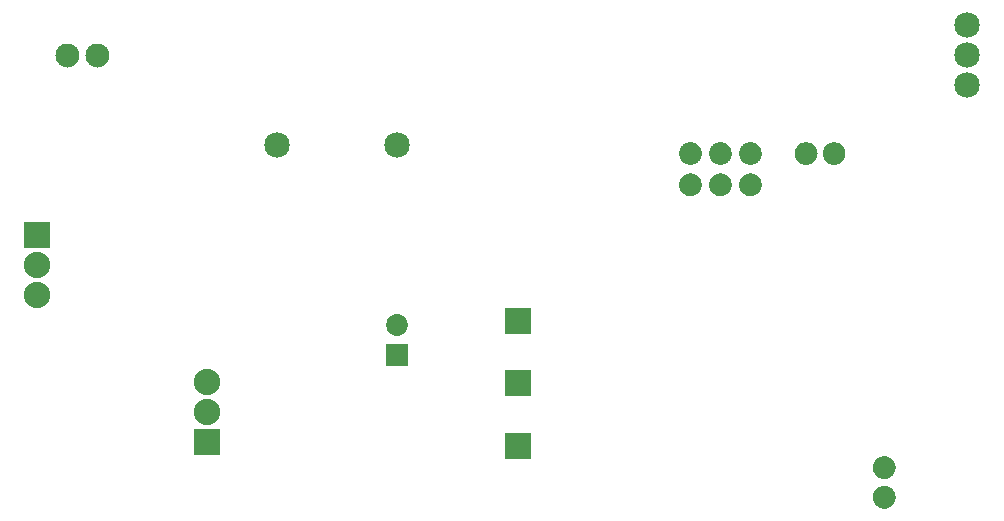
<source format=gts>
G04 MADE WITH FRITZING*
G04 WWW.FRITZING.ORG*
G04 DOUBLE SIDED*
G04 HOLES PLATED*
G04 CONTOUR ON CENTER OF CONTOUR VECTOR*
%ASAXBY*%
%FSLAX23Y23*%
%MOIN*%
%OFA0B0*%
%SFA1.0B1.0*%
%ADD10C,0.072992*%
%ADD11C,0.088000*%
%ADD12C,0.085000*%
%ADD13R,0.072992X0.072992*%
%ADD14R,0.088000X0.088000*%
%ADD15R,0.001000X0.001000*%
%LNMASK1*%
G90*
G70*
G54D10*
X1244Y1057D03*
X1244Y1156D03*
G54D11*
X44Y1456D03*
X44Y1356D03*
X44Y1256D03*
X609Y966D03*
X609Y866D03*
X609Y766D03*
X1648Y1171D03*
X1648Y963D03*
X1648Y755D03*
G54D12*
X3144Y2156D03*
X3144Y2056D03*
X3144Y1956D03*
X844Y1756D03*
X1244Y1756D03*
G54D13*
X1244Y1057D03*
G54D14*
X44Y1456D03*
X609Y766D03*
X1648Y1171D03*
X1648Y963D03*
X1648Y755D03*
G54D15*
X138Y2095D02*
X152Y2095D01*
X238Y2095D02*
X252Y2095D01*
X134Y2094D02*
X156Y2094D01*
X234Y2094D02*
X256Y2094D01*
X131Y2093D02*
X159Y2093D01*
X231Y2093D02*
X259Y2093D01*
X128Y2092D02*
X161Y2092D01*
X228Y2092D02*
X261Y2092D01*
X126Y2091D02*
X163Y2091D01*
X226Y2091D02*
X263Y2091D01*
X125Y2090D02*
X165Y2090D01*
X225Y2090D02*
X265Y2090D01*
X123Y2089D02*
X167Y2089D01*
X223Y2089D02*
X267Y2089D01*
X122Y2088D02*
X168Y2088D01*
X222Y2088D02*
X268Y2088D01*
X120Y2087D02*
X169Y2087D01*
X220Y2087D02*
X269Y2087D01*
X119Y2086D02*
X171Y2086D01*
X219Y2086D02*
X271Y2086D01*
X118Y2085D02*
X172Y2085D01*
X218Y2085D02*
X272Y2085D01*
X117Y2084D02*
X173Y2084D01*
X217Y2084D02*
X273Y2084D01*
X116Y2083D02*
X174Y2083D01*
X216Y2083D02*
X274Y2083D01*
X115Y2082D02*
X175Y2082D01*
X215Y2082D02*
X275Y2082D01*
X114Y2081D02*
X175Y2081D01*
X214Y2081D02*
X275Y2081D01*
X114Y2080D02*
X176Y2080D01*
X214Y2080D02*
X276Y2080D01*
X113Y2079D02*
X177Y2079D01*
X213Y2079D02*
X277Y2079D01*
X112Y2078D02*
X178Y2078D01*
X212Y2078D02*
X278Y2078D01*
X112Y2077D02*
X178Y2077D01*
X212Y2077D02*
X278Y2077D01*
X111Y2076D02*
X179Y2076D01*
X211Y2076D02*
X279Y2076D01*
X110Y2075D02*
X179Y2075D01*
X210Y2075D02*
X279Y2075D01*
X110Y2074D02*
X180Y2074D01*
X210Y2074D02*
X280Y2074D01*
X109Y2073D02*
X181Y2073D01*
X209Y2073D02*
X280Y2073D01*
X109Y2072D02*
X181Y2072D01*
X209Y2072D02*
X281Y2072D01*
X108Y2071D02*
X181Y2071D01*
X208Y2071D02*
X281Y2071D01*
X108Y2070D02*
X182Y2070D01*
X208Y2070D02*
X282Y2070D01*
X108Y2069D02*
X182Y2069D01*
X208Y2069D02*
X282Y2069D01*
X107Y2068D02*
X182Y2068D01*
X207Y2068D02*
X282Y2068D01*
X107Y2067D02*
X183Y2067D01*
X207Y2067D02*
X283Y2067D01*
X107Y2066D02*
X183Y2066D01*
X207Y2066D02*
X283Y2066D01*
X107Y2065D02*
X183Y2065D01*
X207Y2065D02*
X283Y2065D01*
X106Y2064D02*
X184Y2064D01*
X206Y2064D02*
X284Y2064D01*
X106Y2063D02*
X184Y2063D01*
X206Y2063D02*
X284Y2063D01*
X106Y2062D02*
X184Y2062D01*
X206Y2062D02*
X284Y2062D01*
X106Y2061D02*
X184Y2061D01*
X206Y2061D02*
X284Y2061D01*
X106Y2060D02*
X184Y2060D01*
X206Y2060D02*
X284Y2060D01*
X106Y2059D02*
X184Y2059D01*
X206Y2059D02*
X284Y2059D01*
X106Y2058D02*
X184Y2058D01*
X206Y2058D02*
X284Y2058D01*
X106Y2057D02*
X184Y2057D01*
X205Y2057D02*
X284Y2057D01*
X105Y2056D02*
X184Y2056D01*
X205Y2056D02*
X284Y2056D01*
X105Y2055D02*
X184Y2055D01*
X205Y2055D02*
X284Y2055D01*
X106Y2054D02*
X184Y2054D01*
X206Y2054D02*
X284Y2054D01*
X106Y2053D02*
X184Y2053D01*
X206Y2053D02*
X284Y2053D01*
X106Y2052D02*
X184Y2052D01*
X206Y2052D02*
X284Y2052D01*
X106Y2051D02*
X184Y2051D01*
X206Y2051D02*
X284Y2051D01*
X106Y2050D02*
X184Y2050D01*
X206Y2050D02*
X284Y2050D01*
X106Y2049D02*
X184Y2049D01*
X206Y2049D02*
X284Y2049D01*
X106Y2048D02*
X184Y2048D01*
X206Y2048D02*
X284Y2048D01*
X107Y2047D02*
X183Y2047D01*
X207Y2047D02*
X283Y2047D01*
X107Y2046D02*
X183Y2046D01*
X207Y2046D02*
X283Y2046D01*
X107Y2045D02*
X183Y2045D01*
X207Y2045D02*
X283Y2045D01*
X107Y2044D02*
X183Y2044D01*
X207Y2044D02*
X283Y2044D01*
X108Y2043D02*
X182Y2043D01*
X208Y2043D02*
X282Y2043D01*
X108Y2042D02*
X182Y2042D01*
X208Y2042D02*
X282Y2042D01*
X108Y2041D02*
X182Y2041D01*
X208Y2041D02*
X282Y2041D01*
X109Y2040D02*
X181Y2040D01*
X209Y2040D02*
X281Y2040D01*
X109Y2039D02*
X181Y2039D01*
X209Y2039D02*
X281Y2039D01*
X110Y2038D02*
X180Y2038D01*
X210Y2038D02*
X280Y2038D01*
X110Y2037D02*
X180Y2037D01*
X210Y2037D02*
X280Y2037D01*
X111Y2036D02*
X179Y2036D01*
X211Y2036D02*
X279Y2036D01*
X111Y2035D02*
X178Y2035D01*
X211Y2035D02*
X278Y2035D01*
X112Y2034D02*
X178Y2034D01*
X212Y2034D02*
X278Y2034D01*
X113Y2033D02*
X177Y2033D01*
X213Y2033D02*
X277Y2033D01*
X113Y2032D02*
X176Y2032D01*
X213Y2032D02*
X276Y2032D01*
X114Y2031D02*
X176Y2031D01*
X214Y2031D02*
X276Y2031D01*
X115Y2030D02*
X175Y2030D01*
X215Y2030D02*
X275Y2030D01*
X116Y2029D02*
X174Y2029D01*
X216Y2029D02*
X274Y2029D01*
X117Y2028D02*
X173Y2028D01*
X217Y2028D02*
X273Y2028D01*
X118Y2027D02*
X172Y2027D01*
X218Y2027D02*
X272Y2027D01*
X119Y2026D02*
X171Y2026D01*
X219Y2026D02*
X271Y2026D01*
X120Y2025D02*
X170Y2025D01*
X220Y2025D02*
X270Y2025D01*
X121Y2024D02*
X168Y2024D01*
X221Y2024D02*
X268Y2024D01*
X123Y2023D02*
X167Y2023D01*
X223Y2023D02*
X267Y2023D01*
X124Y2022D02*
X166Y2022D01*
X224Y2022D02*
X266Y2022D01*
X126Y2021D02*
X164Y2021D01*
X226Y2021D02*
X264Y2021D01*
X128Y2020D02*
X162Y2020D01*
X228Y2020D02*
X262Y2020D01*
X130Y2019D02*
X160Y2019D01*
X230Y2019D02*
X260Y2019D01*
X133Y2018D02*
X157Y2018D01*
X233Y2018D02*
X257Y2018D01*
X136Y2017D02*
X153Y2017D01*
X236Y2017D02*
X253Y2017D01*
X143Y2016D02*
X147Y2016D01*
X243Y2016D02*
X247Y2016D01*
X2215Y1766D02*
X2229Y1766D01*
X2315Y1766D02*
X2329Y1766D01*
X2415Y1766D02*
X2429Y1766D01*
X2600Y1766D02*
X2614Y1766D01*
X2694Y1766D02*
X2708Y1766D01*
X2211Y1765D02*
X2233Y1765D01*
X2311Y1765D02*
X2333Y1765D01*
X2411Y1765D02*
X2433Y1765D01*
X2596Y1765D02*
X2618Y1765D01*
X2690Y1765D02*
X2712Y1765D01*
X2208Y1764D02*
X2236Y1764D01*
X2308Y1764D02*
X2336Y1764D01*
X2408Y1764D02*
X2436Y1764D01*
X2593Y1764D02*
X2621Y1764D01*
X2687Y1764D02*
X2715Y1764D01*
X2206Y1763D02*
X2238Y1763D01*
X2306Y1763D02*
X2338Y1763D01*
X2406Y1763D02*
X2438Y1763D01*
X2591Y1763D02*
X2623Y1763D01*
X2685Y1763D02*
X2717Y1763D01*
X2204Y1762D02*
X2240Y1762D01*
X2304Y1762D02*
X2340Y1762D01*
X2404Y1762D02*
X2440Y1762D01*
X2589Y1762D02*
X2625Y1762D01*
X2683Y1762D02*
X2719Y1762D01*
X2202Y1761D02*
X2241Y1761D01*
X2302Y1761D02*
X2341Y1761D01*
X2402Y1761D02*
X2441Y1761D01*
X2588Y1761D02*
X2627Y1761D01*
X2681Y1761D02*
X2720Y1761D01*
X2201Y1760D02*
X2243Y1760D01*
X2301Y1760D02*
X2343Y1760D01*
X2401Y1760D02*
X2443Y1760D01*
X2586Y1760D02*
X2628Y1760D01*
X2680Y1760D02*
X2722Y1760D01*
X2199Y1759D02*
X2244Y1759D01*
X2299Y1759D02*
X2344Y1759D01*
X2399Y1759D02*
X2444Y1759D01*
X2585Y1759D02*
X2630Y1759D01*
X2679Y1759D02*
X2723Y1759D01*
X2198Y1758D02*
X2246Y1758D01*
X2298Y1758D02*
X2345Y1758D01*
X2398Y1758D02*
X2445Y1758D01*
X2583Y1758D02*
X2631Y1758D01*
X2677Y1758D02*
X2725Y1758D01*
X2197Y1757D02*
X2247Y1757D01*
X2297Y1757D02*
X2347Y1757D01*
X2397Y1757D02*
X2447Y1757D01*
X2582Y1757D02*
X2632Y1757D01*
X2676Y1757D02*
X2726Y1757D01*
X2196Y1756D02*
X2248Y1756D01*
X2296Y1756D02*
X2348Y1756D01*
X2396Y1756D02*
X2448Y1756D01*
X2581Y1756D02*
X2633Y1756D01*
X2675Y1756D02*
X2727Y1756D01*
X2195Y1755D02*
X2249Y1755D01*
X2295Y1755D02*
X2349Y1755D01*
X2395Y1755D02*
X2449Y1755D01*
X2580Y1755D02*
X2634Y1755D01*
X2674Y1755D02*
X2728Y1755D01*
X2194Y1754D02*
X2250Y1754D01*
X2294Y1754D02*
X2350Y1754D01*
X2394Y1754D02*
X2450Y1754D01*
X2579Y1754D02*
X2635Y1754D01*
X2673Y1754D02*
X2729Y1754D01*
X2193Y1753D02*
X2251Y1753D01*
X2293Y1753D02*
X2351Y1753D01*
X2393Y1753D02*
X2450Y1753D01*
X2578Y1753D02*
X2636Y1753D01*
X2672Y1753D02*
X2730Y1753D01*
X2192Y1752D02*
X2251Y1752D01*
X2292Y1752D02*
X2351Y1752D01*
X2392Y1752D02*
X2451Y1752D01*
X2578Y1752D02*
X2637Y1752D01*
X2671Y1752D02*
X2730Y1752D01*
X2192Y1751D02*
X2252Y1751D01*
X2292Y1751D02*
X2352Y1751D01*
X2392Y1751D02*
X2452Y1751D01*
X2577Y1751D02*
X2637Y1751D01*
X2671Y1751D02*
X2731Y1751D01*
X2191Y1750D02*
X2253Y1750D01*
X2291Y1750D02*
X2353Y1750D01*
X2391Y1750D02*
X2453Y1750D01*
X2576Y1750D02*
X2638Y1750D01*
X2670Y1750D02*
X2732Y1750D01*
X2190Y1749D02*
X2253Y1749D01*
X2290Y1749D02*
X2353Y1749D01*
X2390Y1749D02*
X2453Y1749D01*
X2576Y1749D02*
X2639Y1749D01*
X2669Y1749D02*
X2732Y1749D01*
X2190Y1748D02*
X2254Y1748D01*
X2290Y1748D02*
X2354Y1748D01*
X2390Y1748D02*
X2454Y1748D01*
X2575Y1748D02*
X2639Y1748D01*
X2669Y1748D02*
X2733Y1748D01*
X2189Y1747D02*
X2255Y1747D01*
X2289Y1747D02*
X2355Y1747D01*
X2389Y1747D02*
X2455Y1747D01*
X2574Y1747D02*
X2640Y1747D01*
X2668Y1747D02*
X2734Y1747D01*
X2188Y1746D02*
X2255Y1746D01*
X2288Y1746D02*
X2355Y1746D01*
X2388Y1746D02*
X2455Y1746D01*
X2574Y1746D02*
X2641Y1746D01*
X2668Y1746D02*
X2734Y1746D01*
X2188Y1745D02*
X2256Y1745D01*
X2288Y1745D02*
X2356Y1745D01*
X2388Y1745D02*
X2456Y1745D01*
X2573Y1745D02*
X2641Y1745D01*
X2667Y1745D02*
X2735Y1745D01*
X2188Y1744D02*
X2256Y1744D01*
X2288Y1744D02*
X2356Y1744D01*
X2387Y1744D02*
X2456Y1744D01*
X2573Y1744D02*
X2641Y1744D01*
X2667Y1744D02*
X2735Y1744D01*
X2187Y1743D02*
X2256Y1743D01*
X2287Y1743D02*
X2356Y1743D01*
X2387Y1743D02*
X2456Y1743D01*
X2572Y1743D02*
X2642Y1743D01*
X2666Y1743D02*
X2736Y1743D01*
X2187Y1742D02*
X2257Y1742D01*
X2287Y1742D02*
X2357Y1742D01*
X2387Y1742D02*
X2457Y1742D01*
X2572Y1742D02*
X2642Y1742D01*
X2666Y1742D02*
X2736Y1742D01*
X2186Y1741D02*
X2257Y1741D01*
X2286Y1741D02*
X2357Y1741D01*
X2386Y1741D02*
X2457Y1741D01*
X2572Y1741D02*
X2643Y1741D01*
X2666Y1741D02*
X2736Y1741D01*
X2186Y1740D02*
X2258Y1740D01*
X2286Y1740D02*
X2358Y1740D01*
X2386Y1740D02*
X2458Y1740D01*
X2571Y1740D02*
X2643Y1740D01*
X2665Y1740D02*
X2737Y1740D01*
X2186Y1739D02*
X2258Y1739D01*
X2286Y1739D02*
X2358Y1739D01*
X2386Y1739D02*
X2458Y1739D01*
X2571Y1739D02*
X2643Y1739D01*
X2665Y1739D02*
X2737Y1739D01*
X2186Y1738D02*
X2258Y1738D01*
X2286Y1738D02*
X2358Y1738D01*
X2386Y1738D02*
X2458Y1738D01*
X2571Y1738D02*
X2643Y1738D01*
X2665Y1738D02*
X2737Y1738D01*
X2185Y1737D02*
X2258Y1737D01*
X2285Y1737D02*
X2358Y1737D01*
X2385Y1737D02*
X2458Y1737D01*
X2571Y1737D02*
X2644Y1737D01*
X2664Y1737D02*
X2737Y1737D01*
X2185Y1736D02*
X2259Y1736D01*
X2285Y1736D02*
X2358Y1736D01*
X2385Y1736D02*
X2458Y1736D01*
X2570Y1736D02*
X2644Y1736D01*
X2664Y1736D02*
X2738Y1736D01*
X2185Y1735D02*
X2259Y1735D01*
X2285Y1735D02*
X2359Y1735D01*
X2385Y1735D02*
X2459Y1735D01*
X2570Y1735D02*
X2644Y1735D01*
X2664Y1735D02*
X2738Y1735D01*
X2185Y1734D02*
X2259Y1734D01*
X2285Y1734D02*
X2359Y1734D01*
X2385Y1734D02*
X2459Y1734D01*
X2570Y1734D02*
X2644Y1734D01*
X2664Y1734D02*
X2738Y1734D01*
X2185Y1733D02*
X2259Y1733D01*
X2285Y1733D02*
X2359Y1733D01*
X2385Y1733D02*
X2459Y1733D01*
X2570Y1733D02*
X2644Y1733D01*
X2664Y1733D02*
X2738Y1733D01*
X2185Y1732D02*
X2259Y1732D01*
X2284Y1732D02*
X2359Y1732D01*
X2384Y1732D02*
X2459Y1732D01*
X2570Y1732D02*
X2644Y1732D01*
X2664Y1732D02*
X2738Y1732D01*
X2184Y1731D02*
X2259Y1731D01*
X2284Y1731D02*
X2359Y1731D01*
X2384Y1731D02*
X2459Y1731D01*
X2570Y1731D02*
X2645Y1731D01*
X2664Y1731D02*
X2738Y1731D01*
X2184Y1730D02*
X2259Y1730D01*
X2284Y1730D02*
X2359Y1730D01*
X2384Y1730D02*
X2459Y1730D01*
X2570Y1730D02*
X2645Y1730D01*
X2664Y1730D02*
X2738Y1730D01*
X2184Y1729D02*
X2259Y1729D01*
X2284Y1729D02*
X2359Y1729D01*
X2384Y1729D02*
X2459Y1729D01*
X2570Y1729D02*
X2645Y1729D01*
X2663Y1729D02*
X2738Y1729D01*
X2184Y1728D02*
X2259Y1728D01*
X2284Y1728D02*
X2359Y1728D01*
X2384Y1728D02*
X2459Y1728D01*
X2570Y1728D02*
X2645Y1728D01*
X2663Y1728D02*
X2738Y1728D01*
X2184Y1727D02*
X2259Y1727D01*
X2284Y1727D02*
X2359Y1727D01*
X2384Y1727D02*
X2459Y1727D01*
X2570Y1727D02*
X2645Y1727D01*
X2664Y1727D02*
X2738Y1727D01*
X2184Y1726D02*
X2259Y1726D01*
X2284Y1726D02*
X2359Y1726D01*
X2384Y1726D02*
X2459Y1726D01*
X2570Y1726D02*
X2644Y1726D01*
X2664Y1726D02*
X2738Y1726D01*
X2185Y1725D02*
X2259Y1725D01*
X2285Y1725D02*
X2359Y1725D01*
X2385Y1725D02*
X2459Y1725D01*
X2570Y1725D02*
X2644Y1725D01*
X2664Y1725D02*
X2738Y1725D01*
X2185Y1724D02*
X2259Y1724D01*
X2285Y1724D02*
X2359Y1724D01*
X2385Y1724D02*
X2459Y1724D01*
X2570Y1724D02*
X2644Y1724D01*
X2664Y1724D02*
X2738Y1724D01*
X2185Y1723D02*
X2259Y1723D01*
X2285Y1723D02*
X2359Y1723D01*
X2385Y1723D02*
X2459Y1723D01*
X2570Y1723D02*
X2644Y1723D01*
X2664Y1723D02*
X2738Y1723D01*
X2185Y1722D02*
X2259Y1722D01*
X2285Y1722D02*
X2359Y1722D01*
X2385Y1722D02*
X2459Y1722D01*
X2570Y1722D02*
X2644Y1722D01*
X2664Y1722D02*
X2738Y1722D01*
X2185Y1721D02*
X2258Y1721D01*
X2285Y1721D02*
X2358Y1721D01*
X2385Y1721D02*
X2458Y1721D01*
X2571Y1721D02*
X2644Y1721D01*
X2664Y1721D02*
X2738Y1721D01*
X2185Y1720D02*
X2258Y1720D01*
X2285Y1720D02*
X2358Y1720D01*
X2385Y1720D02*
X2458Y1720D01*
X2571Y1720D02*
X2644Y1720D01*
X2665Y1720D02*
X2737Y1720D01*
X2186Y1719D02*
X2258Y1719D01*
X2286Y1719D02*
X2358Y1719D01*
X2386Y1719D02*
X2458Y1719D01*
X2571Y1719D02*
X2643Y1719D01*
X2665Y1719D02*
X2737Y1719D01*
X2186Y1718D02*
X2258Y1718D01*
X2286Y1718D02*
X2358Y1718D01*
X2386Y1718D02*
X2458Y1718D01*
X2571Y1718D02*
X2643Y1718D01*
X2665Y1718D02*
X2737Y1718D01*
X2186Y1717D02*
X2257Y1717D01*
X2286Y1717D02*
X2357Y1717D01*
X2386Y1717D02*
X2457Y1717D01*
X2572Y1717D02*
X2643Y1717D01*
X2665Y1717D02*
X2736Y1717D01*
X2187Y1716D02*
X2257Y1716D01*
X2287Y1716D02*
X2357Y1716D01*
X2387Y1716D02*
X2457Y1716D01*
X2572Y1716D02*
X2642Y1716D01*
X2666Y1716D02*
X2736Y1716D01*
X2187Y1715D02*
X2257Y1715D01*
X2287Y1715D02*
X2357Y1715D01*
X2387Y1715D02*
X2457Y1715D01*
X2572Y1715D02*
X2642Y1715D01*
X2666Y1715D02*
X2736Y1715D01*
X2187Y1714D02*
X2256Y1714D01*
X2287Y1714D02*
X2356Y1714D01*
X2387Y1714D02*
X2456Y1714D01*
X2573Y1714D02*
X2642Y1714D01*
X2666Y1714D02*
X2735Y1714D01*
X2188Y1713D02*
X2256Y1713D01*
X2288Y1713D02*
X2356Y1713D01*
X2388Y1713D02*
X2456Y1713D01*
X2573Y1713D02*
X2641Y1713D01*
X2667Y1713D02*
X2735Y1713D01*
X2188Y1712D02*
X2255Y1712D01*
X2288Y1712D02*
X2355Y1712D01*
X2388Y1712D02*
X2455Y1712D01*
X2574Y1712D02*
X2641Y1712D01*
X2667Y1712D02*
X2734Y1712D01*
X2189Y1711D02*
X2255Y1711D01*
X2289Y1711D02*
X2355Y1711D01*
X2389Y1711D02*
X2455Y1711D01*
X2574Y1711D02*
X2640Y1711D01*
X2668Y1711D02*
X2734Y1711D01*
X2189Y1710D02*
X2254Y1710D01*
X2289Y1710D02*
X2354Y1710D01*
X2389Y1710D02*
X2454Y1710D01*
X2575Y1710D02*
X2640Y1710D01*
X2669Y1710D02*
X2733Y1710D01*
X2190Y1709D02*
X2254Y1709D01*
X2290Y1709D02*
X2354Y1709D01*
X2390Y1709D02*
X2454Y1709D01*
X2575Y1709D02*
X2639Y1709D01*
X2669Y1709D02*
X2733Y1709D01*
X2191Y1708D02*
X2253Y1708D01*
X2291Y1708D02*
X2353Y1708D01*
X2391Y1708D02*
X2453Y1708D01*
X2576Y1708D02*
X2638Y1708D01*
X2670Y1708D02*
X2732Y1708D01*
X2191Y1707D02*
X2252Y1707D01*
X2291Y1707D02*
X2352Y1707D01*
X2391Y1707D02*
X2452Y1707D01*
X2577Y1707D02*
X2638Y1707D01*
X2670Y1707D02*
X2731Y1707D01*
X2192Y1706D02*
X2252Y1706D01*
X2292Y1706D02*
X2352Y1706D01*
X2392Y1706D02*
X2452Y1706D01*
X2577Y1706D02*
X2637Y1706D01*
X2671Y1706D02*
X2731Y1706D01*
X2193Y1705D02*
X2251Y1705D01*
X2293Y1705D02*
X2351Y1705D01*
X2393Y1705D02*
X2451Y1705D01*
X2578Y1705D02*
X2636Y1705D01*
X2672Y1705D02*
X2730Y1705D01*
X2194Y1704D02*
X2250Y1704D01*
X2294Y1704D02*
X2350Y1704D01*
X2394Y1704D02*
X2450Y1704D01*
X2579Y1704D02*
X2635Y1704D01*
X2673Y1704D02*
X2729Y1704D01*
X2194Y1703D02*
X2249Y1703D01*
X2294Y1703D02*
X2349Y1703D01*
X2394Y1703D02*
X2449Y1703D01*
X2580Y1703D02*
X2634Y1703D01*
X2674Y1703D02*
X2728Y1703D01*
X2195Y1702D02*
X2248Y1702D01*
X2295Y1702D02*
X2348Y1702D01*
X2395Y1702D02*
X2448Y1702D01*
X2581Y1702D02*
X2634Y1702D01*
X2675Y1702D02*
X2727Y1702D01*
X2197Y1701D02*
X2247Y1701D01*
X2296Y1701D02*
X2347Y1701D01*
X2396Y1701D02*
X2447Y1701D01*
X2582Y1701D02*
X2632Y1701D01*
X2676Y1701D02*
X2726Y1701D01*
X2198Y1700D02*
X2246Y1700D01*
X2298Y1700D02*
X2346Y1700D01*
X2398Y1700D02*
X2446Y1700D01*
X2583Y1700D02*
X2631Y1700D01*
X2677Y1700D02*
X2725Y1700D01*
X2199Y1699D02*
X2245Y1699D01*
X2299Y1699D02*
X2345Y1699D01*
X2399Y1699D02*
X2445Y1699D01*
X2584Y1699D02*
X2630Y1699D01*
X2678Y1699D02*
X2724Y1699D01*
X2200Y1698D02*
X2243Y1698D01*
X2300Y1698D02*
X2343Y1698D01*
X2400Y1698D02*
X2443Y1698D01*
X2586Y1698D02*
X2629Y1698D01*
X2679Y1698D02*
X2722Y1698D01*
X2202Y1697D02*
X2242Y1697D01*
X2302Y1697D02*
X2342Y1697D01*
X2402Y1697D02*
X2442Y1697D01*
X2587Y1697D02*
X2627Y1697D01*
X2681Y1697D02*
X2721Y1697D01*
X2203Y1696D02*
X2240Y1696D01*
X2303Y1696D02*
X2340Y1696D01*
X2403Y1696D02*
X2440Y1696D01*
X2589Y1696D02*
X2626Y1696D01*
X2682Y1696D02*
X2719Y1696D01*
X2205Y1695D02*
X2239Y1695D01*
X2305Y1695D02*
X2339Y1695D01*
X2405Y1695D02*
X2439Y1695D01*
X2590Y1695D02*
X2624Y1695D01*
X2684Y1695D02*
X2718Y1695D01*
X2207Y1694D02*
X2237Y1694D01*
X2307Y1694D02*
X2336Y1694D01*
X2407Y1694D02*
X2436Y1694D01*
X2593Y1694D02*
X2622Y1694D01*
X2686Y1694D02*
X2716Y1694D01*
X2210Y1693D02*
X2234Y1693D01*
X2310Y1693D02*
X2334Y1693D01*
X2410Y1693D02*
X2434Y1693D01*
X2595Y1693D02*
X2619Y1693D01*
X2689Y1693D02*
X2713Y1693D01*
X2213Y1692D02*
X2230Y1692D01*
X2313Y1692D02*
X2330Y1692D01*
X2413Y1692D02*
X2430Y1692D01*
X2599Y1692D02*
X2616Y1692D01*
X2692Y1692D02*
X2709Y1692D01*
X2219Y1691D02*
X2224Y1691D01*
X2319Y1691D02*
X2324Y1691D01*
X2419Y1691D02*
X2424Y1691D01*
X2605Y1691D02*
X2610Y1691D01*
X2698Y1691D02*
X2703Y1691D01*
X2216Y1662D02*
X2228Y1662D01*
X2316Y1662D02*
X2328Y1662D01*
X2416Y1662D02*
X2428Y1662D01*
X2212Y1661D02*
X2232Y1661D01*
X2311Y1661D02*
X2332Y1661D01*
X2411Y1661D02*
X2432Y1661D01*
X2209Y1660D02*
X2235Y1660D01*
X2309Y1660D02*
X2335Y1660D01*
X2408Y1660D02*
X2435Y1660D01*
X2206Y1659D02*
X2237Y1659D01*
X2306Y1659D02*
X2337Y1659D01*
X2406Y1659D02*
X2437Y1659D01*
X2204Y1658D02*
X2239Y1658D01*
X2304Y1658D02*
X2339Y1658D01*
X2404Y1658D02*
X2439Y1658D01*
X2203Y1657D02*
X2241Y1657D01*
X2303Y1657D02*
X2341Y1657D01*
X2403Y1657D02*
X2441Y1657D01*
X2201Y1656D02*
X2243Y1656D01*
X2301Y1656D02*
X2343Y1656D01*
X2401Y1656D02*
X2443Y1656D01*
X2200Y1655D02*
X2244Y1655D01*
X2300Y1655D02*
X2344Y1655D01*
X2400Y1655D02*
X2444Y1655D01*
X2198Y1654D02*
X2245Y1654D01*
X2298Y1654D02*
X2345Y1654D01*
X2398Y1654D02*
X2445Y1654D01*
X2197Y1653D02*
X2246Y1653D01*
X2297Y1653D02*
X2346Y1653D01*
X2397Y1653D02*
X2446Y1653D01*
X2196Y1652D02*
X2248Y1652D01*
X2296Y1652D02*
X2348Y1652D01*
X2396Y1652D02*
X2448Y1652D01*
X2195Y1651D02*
X2249Y1651D01*
X2295Y1651D02*
X2349Y1651D01*
X2395Y1651D02*
X2449Y1651D01*
X2194Y1650D02*
X2250Y1650D01*
X2294Y1650D02*
X2349Y1650D01*
X2394Y1650D02*
X2449Y1650D01*
X2193Y1649D02*
X2250Y1649D01*
X2293Y1649D02*
X2350Y1649D01*
X2393Y1649D02*
X2450Y1649D01*
X2192Y1648D02*
X2251Y1648D01*
X2292Y1648D02*
X2351Y1648D01*
X2392Y1648D02*
X2451Y1648D01*
X2192Y1647D02*
X2252Y1647D01*
X2292Y1647D02*
X2352Y1647D01*
X2392Y1647D02*
X2452Y1647D01*
X2191Y1646D02*
X2253Y1646D01*
X2291Y1646D02*
X2353Y1646D01*
X2391Y1646D02*
X2453Y1646D01*
X2190Y1645D02*
X2253Y1645D01*
X2290Y1645D02*
X2353Y1645D01*
X2390Y1645D02*
X2453Y1645D01*
X2190Y1644D02*
X2254Y1644D01*
X2290Y1644D02*
X2354Y1644D01*
X2390Y1644D02*
X2454Y1644D01*
X2189Y1643D02*
X2254Y1643D01*
X2289Y1643D02*
X2354Y1643D01*
X2389Y1643D02*
X2454Y1643D01*
X2189Y1642D02*
X2255Y1642D01*
X2289Y1642D02*
X2355Y1642D01*
X2389Y1642D02*
X2455Y1642D01*
X2188Y1641D02*
X2256Y1641D01*
X2288Y1641D02*
X2356Y1641D01*
X2388Y1641D02*
X2456Y1641D01*
X2188Y1640D02*
X2256Y1640D01*
X2288Y1640D02*
X2356Y1640D01*
X2388Y1640D02*
X2456Y1640D01*
X2187Y1639D02*
X2256Y1639D01*
X2287Y1639D02*
X2356Y1639D01*
X2387Y1639D02*
X2456Y1639D01*
X2187Y1638D02*
X2257Y1638D01*
X2287Y1638D02*
X2357Y1638D01*
X2387Y1638D02*
X2457Y1638D01*
X2186Y1637D02*
X2257Y1637D01*
X2286Y1637D02*
X2357Y1637D01*
X2386Y1637D02*
X2457Y1637D01*
X2186Y1636D02*
X2258Y1636D01*
X2286Y1636D02*
X2357Y1636D01*
X2386Y1636D02*
X2457Y1636D01*
X2186Y1635D02*
X2258Y1635D01*
X2286Y1635D02*
X2358Y1635D01*
X2386Y1635D02*
X2458Y1635D01*
X2186Y1634D02*
X2258Y1634D01*
X2286Y1634D02*
X2358Y1634D01*
X2386Y1634D02*
X2458Y1634D01*
X2185Y1633D02*
X2258Y1633D01*
X2285Y1633D02*
X2358Y1633D01*
X2385Y1633D02*
X2458Y1633D01*
X2185Y1632D02*
X2258Y1632D01*
X2285Y1632D02*
X2358Y1632D01*
X2385Y1632D02*
X2458Y1632D01*
X2185Y1631D02*
X2259Y1631D01*
X2285Y1631D02*
X2359Y1631D01*
X2385Y1631D02*
X2459Y1631D01*
X2185Y1630D02*
X2259Y1630D01*
X2285Y1630D02*
X2359Y1630D01*
X2385Y1630D02*
X2459Y1630D01*
X2185Y1629D02*
X2259Y1629D01*
X2285Y1629D02*
X2359Y1629D01*
X2385Y1629D02*
X2459Y1629D01*
X2185Y1628D02*
X2259Y1628D01*
X2285Y1628D02*
X2359Y1628D01*
X2385Y1628D02*
X2459Y1628D01*
X2184Y1627D02*
X2259Y1627D01*
X2284Y1627D02*
X2359Y1627D01*
X2384Y1627D02*
X2459Y1627D01*
X2184Y1626D02*
X2259Y1626D01*
X2284Y1626D02*
X2359Y1626D01*
X2384Y1626D02*
X2459Y1626D01*
X2184Y1625D02*
X2259Y1625D01*
X2284Y1625D02*
X2359Y1625D01*
X2384Y1625D02*
X2459Y1625D01*
X2184Y1624D02*
X2259Y1624D01*
X2284Y1624D02*
X2359Y1624D01*
X2384Y1624D02*
X2459Y1624D01*
X2184Y1623D02*
X2259Y1623D01*
X2284Y1623D02*
X2359Y1623D01*
X2384Y1623D02*
X2459Y1623D01*
X2184Y1622D02*
X2259Y1622D01*
X2284Y1622D02*
X2359Y1622D01*
X2384Y1622D02*
X2459Y1622D01*
X2185Y1621D02*
X2259Y1621D01*
X2285Y1621D02*
X2359Y1621D01*
X2385Y1621D02*
X2459Y1621D01*
X2185Y1620D02*
X2259Y1620D01*
X2285Y1620D02*
X2359Y1620D01*
X2385Y1620D02*
X2459Y1620D01*
X2185Y1619D02*
X2259Y1619D01*
X2285Y1619D02*
X2359Y1619D01*
X2385Y1619D02*
X2459Y1619D01*
X2185Y1618D02*
X2259Y1618D01*
X2285Y1618D02*
X2359Y1618D01*
X2385Y1618D02*
X2459Y1618D01*
X2185Y1617D02*
X2258Y1617D01*
X2285Y1617D02*
X2358Y1617D01*
X2385Y1617D02*
X2458Y1617D01*
X2185Y1616D02*
X2258Y1616D01*
X2285Y1616D02*
X2358Y1616D01*
X2385Y1616D02*
X2458Y1616D01*
X2186Y1615D02*
X2258Y1615D01*
X2286Y1615D02*
X2358Y1615D01*
X2386Y1615D02*
X2458Y1615D01*
X2186Y1614D02*
X2258Y1614D01*
X2286Y1614D02*
X2358Y1614D01*
X2386Y1614D02*
X2458Y1614D01*
X2186Y1613D02*
X2257Y1613D01*
X2286Y1613D02*
X2357Y1613D01*
X2386Y1613D02*
X2457Y1613D01*
X2187Y1612D02*
X2257Y1612D01*
X2287Y1612D02*
X2357Y1612D01*
X2387Y1612D02*
X2457Y1612D01*
X2187Y1611D02*
X2257Y1611D01*
X2287Y1611D02*
X2357Y1611D01*
X2387Y1611D02*
X2457Y1611D01*
X2187Y1610D02*
X2256Y1610D01*
X2287Y1610D02*
X2356Y1610D01*
X2387Y1610D02*
X2456Y1610D01*
X2188Y1609D02*
X2256Y1609D01*
X2288Y1609D02*
X2356Y1609D01*
X2388Y1609D02*
X2456Y1609D01*
X2188Y1608D02*
X2255Y1608D01*
X2288Y1608D02*
X2355Y1608D01*
X2388Y1608D02*
X2455Y1608D01*
X2189Y1607D02*
X2255Y1607D01*
X2289Y1607D02*
X2355Y1607D01*
X2389Y1607D02*
X2455Y1607D01*
X2189Y1606D02*
X2254Y1606D01*
X2289Y1606D02*
X2354Y1606D01*
X2389Y1606D02*
X2454Y1606D01*
X2190Y1605D02*
X2254Y1605D01*
X2290Y1605D02*
X2354Y1605D01*
X2390Y1605D02*
X2454Y1605D01*
X2191Y1604D02*
X2253Y1604D01*
X2291Y1604D02*
X2353Y1604D01*
X2390Y1604D02*
X2453Y1604D01*
X2191Y1603D02*
X2252Y1603D01*
X2291Y1603D02*
X2352Y1603D01*
X2391Y1603D02*
X2452Y1603D01*
X2192Y1602D02*
X2252Y1602D01*
X2292Y1602D02*
X2352Y1602D01*
X2392Y1602D02*
X2452Y1602D01*
X2193Y1601D02*
X2251Y1601D01*
X2293Y1601D02*
X2351Y1601D01*
X2393Y1601D02*
X2451Y1601D01*
X2193Y1600D02*
X2250Y1600D01*
X2293Y1600D02*
X2350Y1600D01*
X2393Y1600D02*
X2450Y1600D01*
X2194Y1599D02*
X2249Y1599D01*
X2294Y1599D02*
X2349Y1599D01*
X2394Y1599D02*
X2449Y1599D01*
X2195Y1598D02*
X2248Y1598D01*
X2295Y1598D02*
X2348Y1598D01*
X2395Y1598D02*
X2448Y1598D01*
X2196Y1597D02*
X2247Y1597D01*
X2296Y1597D02*
X2347Y1597D01*
X2396Y1597D02*
X2447Y1597D01*
X2197Y1596D02*
X2246Y1596D01*
X2297Y1596D02*
X2346Y1596D01*
X2397Y1596D02*
X2446Y1596D01*
X2199Y1595D02*
X2245Y1595D01*
X2299Y1595D02*
X2345Y1595D01*
X2399Y1595D02*
X2445Y1595D01*
X2200Y1594D02*
X2244Y1594D01*
X2300Y1594D02*
X2344Y1594D01*
X2400Y1594D02*
X2444Y1594D01*
X2201Y1593D02*
X2242Y1593D01*
X2301Y1593D02*
X2342Y1593D01*
X2401Y1593D02*
X2442Y1593D01*
X2203Y1592D02*
X2241Y1592D01*
X2303Y1592D02*
X2341Y1592D01*
X2403Y1592D02*
X2441Y1592D01*
X2205Y1591D02*
X2239Y1591D01*
X2305Y1591D02*
X2339Y1591D01*
X2405Y1591D02*
X2439Y1591D01*
X2207Y1590D02*
X2237Y1590D01*
X2307Y1590D02*
X2337Y1590D01*
X2407Y1590D02*
X2437Y1590D01*
X2209Y1589D02*
X2234Y1589D01*
X2309Y1589D02*
X2334Y1589D01*
X2409Y1589D02*
X2434Y1589D01*
X2213Y1588D02*
X2231Y1588D01*
X2313Y1588D02*
X2331Y1588D01*
X2413Y1588D02*
X2431Y1588D01*
X2218Y1587D02*
X2226Y1587D01*
X2318Y1587D02*
X2326Y1587D01*
X2418Y1587D02*
X2426Y1587D01*
X2860Y719D02*
X2875Y719D01*
X2856Y718D02*
X2879Y718D01*
X2853Y717D02*
X2882Y717D01*
X2851Y716D02*
X2884Y716D01*
X2849Y715D02*
X2886Y715D01*
X2848Y714D02*
X2887Y714D01*
X2846Y713D02*
X2889Y713D01*
X2845Y712D02*
X2890Y712D01*
X2844Y711D02*
X2892Y711D01*
X2842Y710D02*
X2893Y710D01*
X2841Y709D02*
X2894Y709D01*
X2840Y708D02*
X2895Y708D01*
X2840Y707D02*
X2896Y707D01*
X2839Y706D02*
X2896Y706D01*
X2838Y705D02*
X2897Y705D01*
X2837Y704D02*
X2898Y704D01*
X2836Y703D02*
X2899Y703D01*
X2836Y702D02*
X2899Y702D01*
X2835Y701D02*
X2900Y701D01*
X2835Y700D02*
X2900Y700D01*
X2834Y699D02*
X2901Y699D01*
X2834Y698D02*
X2901Y698D01*
X2833Y697D02*
X2902Y697D01*
X2833Y696D02*
X2902Y696D01*
X2832Y695D02*
X2903Y695D01*
X2832Y694D02*
X2903Y694D01*
X2832Y693D02*
X2903Y693D01*
X2832Y692D02*
X2904Y692D01*
X2831Y691D02*
X2904Y691D01*
X2831Y690D02*
X2904Y690D01*
X2831Y689D02*
X2904Y689D01*
X2831Y688D02*
X2904Y688D01*
X2831Y687D02*
X2905Y687D01*
X2830Y686D02*
X2905Y686D01*
X2830Y685D02*
X2905Y685D01*
X2830Y684D02*
X2905Y684D01*
X2830Y683D02*
X2905Y683D01*
X2830Y682D02*
X2905Y682D01*
X2830Y681D02*
X2905Y681D01*
X2830Y680D02*
X2905Y680D01*
X2830Y679D02*
X2905Y679D01*
X2830Y678D02*
X2905Y678D01*
X2831Y677D02*
X2905Y677D01*
X2831Y676D02*
X2904Y676D01*
X2831Y675D02*
X2904Y675D01*
X2831Y674D02*
X2904Y674D01*
X2831Y673D02*
X2904Y673D01*
X2832Y672D02*
X2904Y672D01*
X2832Y671D02*
X2903Y671D01*
X2832Y670D02*
X2903Y670D01*
X2832Y669D02*
X2903Y669D01*
X2833Y668D02*
X2902Y668D01*
X2833Y667D02*
X2902Y667D01*
X2834Y666D02*
X2901Y666D01*
X2834Y665D02*
X2901Y665D01*
X2835Y664D02*
X2900Y664D01*
X2835Y663D02*
X2900Y663D01*
X2836Y662D02*
X2899Y662D01*
X2837Y661D02*
X2899Y661D01*
X2837Y660D02*
X2898Y660D01*
X2838Y659D02*
X2897Y659D01*
X2839Y658D02*
X2896Y658D01*
X2840Y657D02*
X2896Y657D01*
X2840Y656D02*
X2895Y656D01*
X2841Y655D02*
X2894Y655D01*
X2843Y654D02*
X2893Y654D01*
X2844Y653D02*
X2891Y653D01*
X2845Y652D02*
X2890Y652D01*
X2846Y651D02*
X2889Y651D01*
X2848Y650D02*
X2887Y650D01*
X2849Y649D02*
X2886Y649D01*
X2851Y648D02*
X2884Y648D01*
X2853Y647D02*
X2882Y647D01*
X2856Y646D02*
X2879Y646D01*
X2860Y645D02*
X2875Y645D01*
X2867Y621D02*
X2868Y621D01*
X2860Y620D02*
X2876Y620D01*
X2856Y619D02*
X2879Y619D01*
X2853Y618D02*
X2882Y618D01*
X2851Y617D02*
X2884Y617D01*
X2849Y616D02*
X2886Y616D01*
X2848Y615D02*
X2888Y615D01*
X2846Y614D02*
X2889Y614D01*
X2845Y613D02*
X2890Y613D01*
X2844Y612D02*
X2892Y612D01*
X2842Y611D02*
X2893Y611D01*
X2841Y610D02*
X2894Y610D01*
X2840Y609D02*
X2895Y609D01*
X2839Y608D02*
X2896Y608D01*
X2839Y607D02*
X2897Y607D01*
X2838Y606D02*
X2897Y606D01*
X2837Y605D02*
X2898Y605D01*
X2836Y604D02*
X2899Y604D01*
X2836Y603D02*
X2899Y603D01*
X2835Y602D02*
X2900Y602D01*
X2835Y601D02*
X2901Y601D01*
X2834Y600D02*
X2901Y600D01*
X2834Y599D02*
X2902Y599D01*
X2833Y598D02*
X2902Y598D01*
X2833Y597D02*
X2902Y597D01*
X2832Y596D02*
X2903Y596D01*
X2832Y595D02*
X2903Y595D01*
X2832Y594D02*
X2903Y594D01*
X2832Y593D02*
X2904Y593D01*
X2831Y592D02*
X2904Y592D01*
X2831Y591D02*
X2904Y591D01*
X2831Y590D02*
X2904Y590D01*
X2831Y589D02*
X2904Y589D01*
X2830Y588D02*
X2905Y588D01*
X2830Y587D02*
X2905Y587D01*
X2830Y586D02*
X2905Y586D01*
X2830Y585D02*
X2905Y585D01*
X2830Y584D02*
X2905Y584D01*
X2830Y583D02*
X2905Y583D01*
X2830Y582D02*
X2905Y582D01*
X2830Y581D02*
X2905Y581D01*
X2830Y580D02*
X2905Y580D01*
X2830Y579D02*
X2905Y579D01*
X2831Y578D02*
X2905Y578D01*
X2831Y577D02*
X2904Y577D01*
X2831Y576D02*
X2904Y576D01*
X2831Y575D02*
X2904Y575D01*
X2831Y574D02*
X2904Y574D01*
X2832Y573D02*
X2904Y573D01*
X2832Y572D02*
X2903Y572D01*
X2832Y571D02*
X2903Y571D01*
X2832Y570D02*
X2903Y570D01*
X2833Y569D02*
X2902Y569D01*
X2833Y568D02*
X2902Y568D01*
X2834Y567D02*
X2901Y567D01*
X2834Y566D02*
X2901Y566D01*
X2835Y565D02*
X2900Y565D01*
X2835Y564D02*
X2900Y564D01*
X2836Y563D02*
X2899Y563D01*
X2837Y562D02*
X2899Y562D01*
X2837Y561D02*
X2898Y561D01*
X2838Y560D02*
X2897Y560D01*
X2839Y559D02*
X2896Y559D01*
X2840Y558D02*
X2896Y558D01*
X2841Y557D02*
X2895Y557D01*
X2841Y556D02*
X2894Y556D01*
X2843Y555D02*
X2893Y555D01*
X2844Y554D02*
X2891Y554D01*
X2845Y553D02*
X2890Y553D01*
X2846Y552D02*
X2889Y552D01*
X2848Y551D02*
X2887Y551D01*
X2850Y550D02*
X2886Y550D01*
X2851Y549D02*
X2884Y549D01*
X2854Y548D02*
X2882Y548D01*
X2856Y547D02*
X2879Y547D01*
X2860Y546D02*
X2875Y546D01*
D02*
G04 End of Mask1*
M02*
</source>
